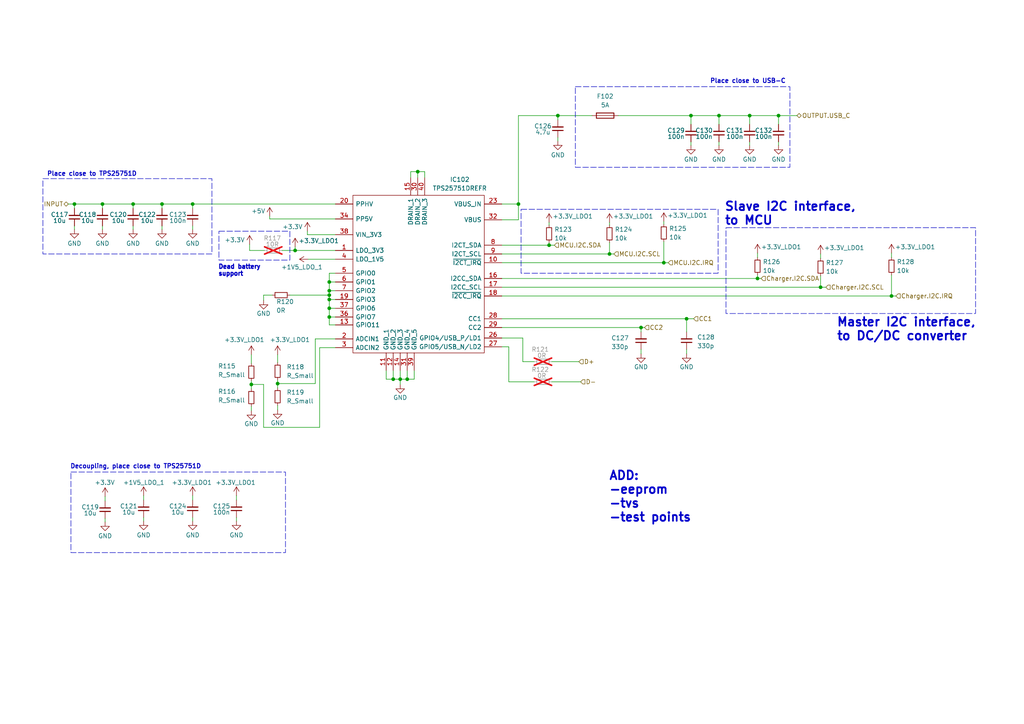
<source format=kicad_sch>
(kicad_sch (version 20231120) (generator "eeschema") (generator_version "8.0")
  (paper "A4")
  (lib_symbols
    (symbol "Device:C_Small" (pin_numbers hide) (pin_names (offset 0.254) hide)
      (property "Reference" "C" (at 0.254 1.778 0))
      (property "Value" "C_Small" (at 0.254 -2.032 0))
      (symbol "C_Small_0_1"
        (polyline (pts (xy -1.524 -0.508) (xy 1.524 -0.508)) (stroke (width 0.3302)))
        (polyline (pts (xy -1.524 0.508) (xy 1.524 0.508)) (stroke (width 0.3048)))
      )
      (symbol "C_Small_1_1"
        (pin passive line (at 0 2.54 270) (length 2.032) (name "~") (number "1"))
        (pin passive line (at 0 -2.54 90) (length 2.032) (name "~") (number "2"))
      )
    )
    (symbol "Device:Fuse" (pin_numbers hide) (pin_names (offset 0))
      (property "Reference" "F" (at 2.032 0 90))
      (property "Value" "Fuse" (at -1.905 0 90))
      (symbol "Fuse_0_1"
        (rectangle (start -0.762 -2.54) (end 0.762 2.54) (stroke (width 0.254)))
        (polyline (pts (xy 0 2.54) (xy 0 -2.54)))
      )
      (symbol "Fuse_1_1"
        (pin passive line (at 0 3.81 270) (length 1.27) (name "~") (number "1"))
        (pin passive line (at 0 -3.81 90) (length 1.27) (name "~") (number "2"))
      )
    )
    (symbol "Device:R_Small" (pin_numbers hide) (pin_names (offset 0.254) hide)
      (property "Reference" "R" (at 0.762 0.508 0))
      (property "Value" "R_Small" (at 0.762 -1.016 0))
      (symbol "R_Small_0_1"
        (rectangle (start -0.762 1.778) (end 0.762 -1.778) (stroke (width 0.2032)))
      )
      (symbol "R_Small_1_1"
        (pin passive line (at 0 2.54 270) (length 0.762) (name "~") (number "1"))
        (pin passive line (at 0 -2.54 90) (length 0.762) (name "~") (number "2"))
      )
    )
    (symbol "TPS25751DREFR_1" (pin_names (offset 0.762))
      (property "Reference" "IC1" (at 36.068 7.112 0))
      (property "Value" "TPS25751DREFR" (at 36.068 4.572 0))
      (symbol "TPS25751DREFR_1_0_0"
        (pin passive line (at 0 -13.462 0) (length 5.08) (name "LDO_3V3") (number "1"))
        (pin passive line (at 48.26 -17.018 180) (length 5.08) (name "~{I2CT_IRQ}") (number "10"))
        (pin passive line (at 14.732 -48.26 90) (length 5.08) (name "GND_1") (number "11"))
        (pin passive line (at 16.764 -48.26 90) (length 5.08) (name "GND_2") (number "12"))
        (pin passive line (at 0 -35.052 0) (length 5.08) (name "GPIO11") (number "13"))
        (pin passive line (at 18.796 -48.26 90) (length 5.08) (name "GND_3") (number "14"))
        (pin passive line (at 21.844 7.62 270) (length 5.08) (name "DRAIN_1") (number "15"))
        (pin passive line (at 48.26 -21.59 180) (length 5.08) (name "I2CC_SDA") (number "16"))
        (pin passive line (at 48.26 -24.13 180) (length 5.08) (name "I2CC_SCL") (number "17"))
        (pin passive line (at 48.26 -26.67 180) (length 5.08) (name "~{I2CC_IRQ}") (number "18"))
        (pin passive line (at 0 -27.686 0) (length 5.08) (name "GPIO3") (number "19"))
        (pin passive line (at 0 -39.116 0) (length 5.08) (name "ADCIN1") (number "2"))
        (pin passive line (at 0 0 0) (length 5.08) (name "PPHV") (number "20"))
        (pin passive line (at 48.26 0 180) (length 5.08) (name "VBUS_IN") (number "23"))
        (pin passive line (at 48.26 -38.862 180) (length 5.08) (name "GPIO4/USB_P/LD1") (number "26"))
        (pin passive line (at 48.26 -41.402 180) (length 5.08) (name "GPIO5/USB_N/LD2") (number "27"))
        (pin passive line (at 48.26 -33.274 180) (length 5.08) (name "CC1") (number "28"))
        (pin passive line (at 48.26 -35.814 180) (length 5.08) (name "CC2") (number "29"))
        (pin passive line (at 0 -41.656 0) (length 5.08) (name "ADCIN2") (number "3"))
        (pin passive line (at 23.876 7.62 270) (length 5.08) (name "DRAIN_2") (number "30"))
        (pin passive line (at 20.828 -48.26 90) (length 5.08) (name "GND_4") (number "31"))
        (pin passive line (at 48.26 -4.572 180) (length 5.08) (name "VBUS") (number "32"))
        (pin passive line (at 0 -4.318 0) (length 5.08) (name "PP5V") (number "34"))
        (pin passive line (at 0 -32.766 0) (length 5.08) (name "GPIO7") (number "36"))
        (pin passive line (at 0 -30.226 0) (length 5.08) (name "GPIO6") (number "37"))
        (pin passive line (at 0 -8.89 0) (length 5.08) (name "VIN_3V3") (number "38"))
        (pin passive line (at 22.86 -48.26 90) (length 5.08) (name "GND_5") (number "39"))
        (pin passive line (at 0 -16.002 0) (length 5.08) (name "LDO_1V5") (number "4"))
        (pin passive line (at 25.908 7.62 270) (length 5.08) (name "DRAIN_3") (number "40"))
        (pin passive line (at 0 -20.066 0) (length 5.08) (name "GPIO0") (number "5"))
        (pin passive line (at 0 -22.606 0) (length 5.08) (name "GPIO1") (number "6"))
        (pin passive line (at 0 -25.146 0) (length 5.08) (name "GPIO2") (number "7"))
        (pin passive line (at 48.26 -11.938 180) (length 5.08) (name "I2CT_SDA") (number "8"))
        (pin passive line (at 48.26 -14.478 180) (length 5.08) (name "I2CT_SCL") (number "9"))
      )
      (symbol "TPS25751DREFR_1_0_1"
        (polyline (pts (xy 5.08 2.54) (xy 43.18 2.54) (xy 43.18 -43.18) (xy 5.08 -43.18) (xy 5.08 2.54)) (stroke (width 0.1524)))
      )
    )
    (symbol "power:+1V5" (power) (pin_names (offset 0))
      (property "Value" "+1V5" (at 0 3.556 0))
      (symbol "+1V5_0_1"
        (polyline (pts (xy -0.762 1.27) (xy 0 2.54)))
        (polyline (pts (xy 0 0) (xy 0 2.54)))
        (polyline (pts (xy 0 2.54) (xy 0.762 1.27)))
      )
      (symbol "+1V5_1_1"
        (pin power_in line (at 0 0 90) (length 0) hide (name "+1V5") (number "1"))
      )
    )
    (symbol "power:+3.3V" (power) (pin_names (offset 0))
      (property "Value" "+3.3V" (at 0 3.556 0))
      (symbol "+3.3V_0_1"
        (polyline (pts (xy -0.762 1.27) (xy 0 2.54)))
        (polyline (pts (xy 0 0) (xy 0 2.54)))
        (polyline (pts (xy 0 2.54) (xy 0.762 1.27)))
      )
      (symbol "+3.3V_1_1"
        (pin power_in line (at 0 0 90) (length 0) hide (name "+3.3V") (number "1"))
      )
    )
    (symbol "power:+3.3VP" (power) (pin_names (offset 0))
      (property "Value" "+3.3VP" (at 0 2.54 0))
      (symbol "+3.3VP_0_0"
        (pin power_in line (at 0 0 90) (length 0) hide (name "+3.3VP") (number "1"))
      )
      (symbol "+3.3VP_0_1"
        (polyline (pts (xy -0.762 1.27) (xy 0 2.54)))
        (polyline (pts (xy 0 0) (xy 0 2.54)))
        (polyline (pts (xy 0 2.54) (xy 0.762 1.27)))
      )
    )
    (symbol "power:+5V" (power) (pin_names (offset 0))
      (property "Value" "+5V" (at 0 3.556 0))
      (symbol "+5V_0_1"
        (polyline (pts (xy -0.762 1.27) (xy 0 2.54)))
        (polyline (pts (xy 0 0) (xy 0 2.54)))
        (polyline (pts (xy 0 2.54) (xy 0.762 1.27)))
      )
      (symbol "+5V_1_1"
        (pin power_in line (at 0 0 90) (length 0) hide (name "+5V") (number "1"))
      )
    )
    (symbol "power:GND" (power) (pin_names (offset 0))
      (property "Value" "GND" (at 0 -3.81 0))
      (symbol "GND_0_1"
        (polyline (pts (xy 0 0) (xy 0 -1.27) (xy 1.27 -1.27) (xy 0 -2.54) (xy -1.27 -1.27) (xy 0 -1.27)))
      )
      (symbol "GND_1_1"
        (pin power_in line (at 0 0 270) (length 0) hide (name "GND") (number "1"))
      )
    )
  )
  (junction (at 95.504 84.328))
  (junction (at 95.504 81.788))
  (junction (at 217.424 33.528))
  (junction (at 95.504 91.948))
  (junction (at 118.11 109.982))
  (junction (at 29.718 59.182))
  (junction (at 176.784 73.66))
  (junction (at 150.368 59.182))
  (junction (at 121.158 49.784))
  (junction (at 237.998 83.312))
  (junction (at 116.078 109.982))
  (junction (at 225.806 33.528))
  (junction (at 159.258 71.12))
  (junction (at 46.99 59.182))
  (junction (at 185.928 94.996))
  (junction (at 38.608 59.182))
  (junction (at 85.598 72.644))
  (junction (at 21.59 59.182))
  (junction (at 258.572 85.852))
  (junction (at 95.504 86.868))
  (junction (at 80.518 111.252))
  (junction (at 208.534 33.528))
  (junction (at 200.406 33.528))
  (junction (at 199.136 92.456))
  (junction (at 114.046 109.982))
  (junction (at 55.88 59.182))
  (junction (at 95.504 85.598))
  (junction (at 192.532 76.2))
  (junction (at 95.504 89.408))
  (junction (at 72.898 111.506))
  (junction (at 161.798 33.528))
  (junction (at 219.71 80.772))
  (wire (pts (xy 76.454 123.952) (xy 92.71 123.952)))
  (wire (pts (xy 55.88 59.182) (xy 97.282 59.182)))
  (wire (pts (xy 97.282 89.408) (xy 95.504 89.408)))
  (wire (pts (xy 145.542 92.456) (xy 199.136 92.456)))
  (wire (pts (xy 147.574 110.744) (xy 154.94 110.744)))
  (wire (pts (xy 200.406 41.148) (xy 200.406 42.164)))
  (wire (pts (xy 21.59 65.532) (xy 21.59 66.548)))
  (wire (pts (xy 46.99 65.532) (xy 46.99 66.548)))
  (wire (pts (xy 185.928 101.346) (xy 185.928 102.616)))
  (wire (pts (xy 91.44 98.298) (xy 97.282 98.298)))
  (wire (pts (xy 185.928 94.996) (xy 185.928 96.266)))
  (wire (pts (xy 160.02 104.902) (xy 167.894 104.902)))
  (wire (pts (xy 68.58 145.034) (xy 68.58 143.764)))
  (wire (pts (xy 41.656 145.034) (xy 41.656 143.764)))
  (wire (pts (xy 95.504 81.788) (xy 97.282 81.788)))
  (wire (pts (xy 258.572 85.852) (xy 259.842 85.852)))
  (wire (pts (xy 145.542 71.12) (xy 159.258 71.12)))
  (wire (pts (xy 80.518 102.87) (xy 80.518 105.156)))
  (wire (pts (xy 121.158 49.784) (xy 123.19 49.784)))
  (wire (pts (xy 208.534 33.528) (xy 217.424 33.528)))
  (wire (pts (xy 46.99 59.182) (xy 55.88 59.182)))
  (wire (pts (xy 55.88 60.452) (xy 55.88 59.182)))
  (wire (pts (xy 80.518 117.602) (xy 80.518 118.872)))
  (wire (pts (xy 208.534 41.148) (xy 208.534 42.164)))
  (wire (pts (xy 116.078 107.442) (xy 116.078 109.982)))
  (wire (pts (xy 97.282 84.328) (xy 95.504 84.328)))
  (wire (pts (xy 217.424 41.148) (xy 217.424 42.164)))
  (wire (pts (xy 95.504 81.788) (xy 95.504 84.328)))
  (wire (pts (xy 114.046 109.982) (xy 116.078 109.982)))
  (wire (pts (xy 176.784 64.516) (xy 176.784 65.278)))
  (wire (pts (xy 123.19 49.784) (xy 123.19 51.562)))
  (wire (pts (xy 95.504 86.868) (xy 97.282 86.868)))
  (wire (pts (xy 151.638 104.902) (xy 151.638 98.044)))
  (wire (pts (xy 97.282 68.072) (xy 89.154 68.072)))
  (wire (pts (xy 95.504 86.868) (xy 95.504 89.408)))
  (wire (pts (xy 41.656 150.114) (xy 41.656 151.13)))
  (wire (pts (xy 145.542 80.772) (xy 219.71 80.772)))
  (wire (pts (xy 21.59 60.452) (xy 21.59 59.182)))
  (wire (pts (xy 92.71 100.838) (xy 92.71 123.952)))
  (wire (pts (xy 200.406 33.528) (xy 200.406 36.068)))
  (wire (pts (xy 92.71 100.838) (xy 97.282 100.838)))
  (wire (pts (xy 76.454 85.598) (xy 78.994 85.598)))
  (wire (pts (xy 159.258 71.12) (xy 160.782 71.12)))
  (wire (pts (xy 147.574 100.584) (xy 145.542 100.584)))
  (wire (pts (xy 258.572 79.756) (xy 258.572 85.852)))
  (wire (pts (xy 72.898 111.506) (xy 76.454 111.506)))
  (wire (pts (xy 179.324 33.528) (xy 200.406 33.528)))
  (wire (pts (xy 161.798 33.528) (xy 171.704 33.528)))
  (wire (pts (xy 120.142 109.982) (xy 120.142 107.442)))
  (wire (pts (xy 199.136 92.456) (xy 199.136 96.266)))
  (wire (pts (xy 95.504 85.598) (xy 95.504 86.868)))
  (wire (pts (xy 192.532 76.2) (xy 193.802 76.2)))
  (wire (pts (xy 159.258 71.12) (xy 159.258 70.358)))
  (wire (pts (xy 97.282 94.234) (xy 95.504 94.234)))
  (wire (pts (xy 112.014 107.442) (xy 112.014 109.982)))
  (wire (pts (xy 237.998 73.66) (xy 237.998 74.93)))
  (wire (pts (xy 219.71 80.772) (xy 219.71 79.756)))
  (wire (pts (xy 72.898 111.506) (xy 72.898 112.776)))
  (wire (pts (xy 85.598 72.644) (xy 97.282 72.644)))
  (wire (pts (xy 81.788 72.644) (xy 85.598 72.644)))
  (wire (pts (xy 199.136 101.346) (xy 199.136 102.616)))
  (wire (pts (xy 95.504 84.328) (xy 95.504 85.598)))
  (wire (pts (xy 76.708 72.644) (xy 72.39 72.644)))
  (wire (pts (xy 97.282 91.948) (xy 95.504 91.948)))
  (wire (pts (xy 76.454 111.506) (xy 76.454 123.952)))
  (wire (pts (xy 150.368 33.528) (xy 161.798 33.528)))
  (wire (pts (xy 217.424 33.528) (xy 217.424 36.068)))
  (wire (pts (xy 225.806 33.528) (xy 225.806 36.068)))
  (wire (pts (xy 97.282 79.248) (xy 95.504 79.248)))
  (wire (pts (xy 145.542 59.182) (xy 150.368 59.182)))
  (wire (pts (xy 68.58 150.114) (xy 68.58 151.13)))
  (wire (pts (xy 38.608 59.182) (xy 46.99 59.182)))
  (wire (pts (xy 72.898 117.856) (xy 72.898 119.126)))
  (wire (pts (xy 160.02 110.744) (xy 168.402 110.744)))
  (wire (pts (xy 84.074 85.598) (xy 95.504 85.598)))
  (wire (pts (xy 29.718 59.182) (xy 38.608 59.182)))
  (wire (pts (xy 161.798 34.798) (xy 161.798 33.528)))
  (wire (pts (xy 80.518 111.252) (xy 80.518 112.522)))
  (wire (pts (xy 72.898 102.87) (xy 72.898 105.41)))
  (wire (pts (xy 119.126 49.784) (xy 121.158 49.784)))
  (wire (pts (xy 95.504 91.948) (xy 95.504 94.234)))
  (wire (pts (xy 145.542 85.852) (xy 258.572 85.852)))
  (wire (pts (xy 114.046 107.442) (xy 114.046 109.982)))
  (wire (pts (xy 55.88 150.114) (xy 55.88 151.13)))
  (wire (pts (xy 72.39 70.866) (xy 72.39 72.644)))
  (wire (pts (xy 225.806 33.528) (xy 231.14 33.528)))
  (wire (pts (xy 89.154 67.056) (xy 89.154 68.072)))
  (wire (pts (xy 217.424 33.528) (xy 225.806 33.528)))
  (wire (pts (xy 38.608 60.452) (xy 38.608 59.182)))
  (wire (pts (xy 145.542 94.996) (xy 185.928 94.996)))
  (wire (pts (xy 151.638 98.044) (xy 145.542 98.044)))
  (wire (pts (xy 119.126 51.562) (xy 119.126 49.784)))
  (wire (pts (xy 159.258 64.516) (xy 159.258 65.278)))
  (wire (pts (xy 161.798 39.878) (xy 161.798 40.894)))
  (wire (pts (xy 46.99 60.452) (xy 46.99 59.182)))
  (wire (pts (xy 199.136 92.456) (xy 201.168 92.456)))
  (wire (pts (xy 72.898 110.49) (xy 72.898 111.506)))
  (wire (pts (xy 192.532 70.104) (xy 192.532 76.2)))
  (wire (pts (xy 219.71 73.406) (xy 219.71 74.676)))
  (wire (pts (xy 192.532 64.262) (xy 192.532 65.024)))
  (wire (pts (xy 147.574 110.744) (xy 147.574 100.584)))
  (wire (pts (xy 237.998 80.01) (xy 237.998 83.312)))
  (wire (pts (xy 116.078 109.982) (xy 118.11 109.982)))
  (wire (pts (xy 176.784 70.358) (xy 176.784 73.66)))
  (wire (pts (xy 176.784 73.66) (xy 178.054 73.66)))
  (wire (pts (xy 85.598 71.628) (xy 85.598 72.644)))
  (wire (pts (xy 145.542 63.754) (xy 150.368 63.754)))
  (wire (pts (xy 150.368 33.528) (xy 150.368 59.182)))
  (wire (pts (xy 95.504 89.408) (xy 95.504 91.948)))
  (wire (pts (xy 237.998 83.312) (xy 239.522 83.312)))
  (wire (pts (xy 258.572 73.406) (xy 258.572 74.676)))
  (wire (pts (xy 19.812 59.182) (xy 21.59 59.182)))
  (wire (pts (xy 29.718 60.452) (xy 29.718 59.182)))
  (wire (pts (xy 80.518 111.252) (xy 91.44 111.252)))
  (wire (pts (xy 145.542 73.66) (xy 176.784 73.66)))
  (wire (pts (xy 30.48 145.288) (xy 30.48 144.018)))
  (wire (pts (xy 118.11 107.442) (xy 118.11 109.982)))
  (wire (pts (xy 97.282 63.5) (xy 78.232 63.5)))
  (wire (pts (xy 145.542 76.2) (xy 192.532 76.2)))
  (wire (pts (xy 30.48 150.368) (xy 30.48 151.384)))
  (wire (pts (xy 78.232 62.738) (xy 78.232 63.5)))
  (wire (pts (xy 116.078 109.982) (xy 116.078 111.506)))
  (wire (pts (xy 89.408 75.184) (xy 97.282 75.184)))
  (wire (pts (xy 38.608 65.532) (xy 38.608 66.548)))
  (wire (pts (xy 76.454 87.122) (xy 76.454 85.598)))
  (wire (pts (xy 29.718 65.532) (xy 29.718 66.548)))
  (wire (pts (xy 200.406 33.528) (xy 208.534 33.528)))
  (wire (pts (xy 145.542 83.312) (xy 237.998 83.312)))
  (wire (pts (xy 112.014 109.982) (xy 114.046 109.982)))
  (wire (pts (xy 219.71 80.772) (xy 220.726 80.772)))
  (wire (pts (xy 55.88 145.034) (xy 55.88 143.764)))
  (wire (pts (xy 21.59 59.182) (xy 29.718 59.182)))
  (wire (pts (xy 150.368 63.754) (xy 150.368 59.182)))
  (wire (pts (xy 185.928 94.996) (xy 186.944 94.996)))
  (wire (pts (xy 121.158 51.562) (xy 121.158 49.784)))
  (wire (pts (xy 118.11 109.982) (xy 120.142 109.982)))
  (wire (pts (xy 95.504 79.248) (xy 95.504 81.788)))
  (wire (pts (xy 91.44 111.252) (xy 91.44 98.298)))
  (wire (pts (xy 225.806 41.148) (xy 225.806 42.164)))
  (wire (pts (xy 55.88 65.532) (xy 55.88 66.548)))
  (wire (pts (xy 208.534 33.528) (xy 208.534 36.068)))
  (wire (pts (xy 151.638 104.902) (xy 154.94 104.902)))
  (wire (pts (xy 80.518 110.236) (xy 80.518 111.252)))
  (rectangle (start 12.446 51.816) (end 61.468 73.66) (stroke (width 0) (type dash)))
  (rectangle (start 166.878 25.146) (end 229.108 48.514) (stroke (width 0) (type dash)))
  (rectangle (start 63.5 67.056) (end 84.074 75.438) (stroke (width 0) (type dash)))
  (rectangle (start 151.13 60.706) (end 208.28 79.248) (stroke (width 0) (type dash)))
  (rectangle (start 210.566 66.04) (end 282.956 90.932) (stroke (width 0) (type dash)))
  (rectangle (start 20.574 136.906) (end 82.804 160.274) (stroke (width 0) (type dash)))
  (text "Slave I2C interface,\nto MCU" (at 210.058 65.532 0) (effects (font (size 2.5 2.5) (thickness 0.5) (bold yes)) (justify left bottom)))
  (text "Master I2C interface,\nto DC/DC converter" (at 242.57 99.06 0) (effects (font (size 2.5 2.5) (thickness 0.5) (bold yes)) (justify left bottom)))
  (text "ADD:\n-eeprom\n-tvs\n-test points" (at 176.53 151.638 0) (effects (font (size 2.5 2.5) (thickness 0.5) (bold yes)) (justify left bottom)))
  (text "Place close to USB-C \n" (at 217.424 23.622 0) (effects (font (size 1.27 1.27) (thickness 0.254) (bold yes))))
  (text "Dead battery\nsupport" (at 63.246 80.264 0) (effects (font (size 1.25 1.25) (thickness 0.5) (bold yes)) (justify left bottom)))
  (text "Decoupling, place close to TPS25751D\n" (at 39.37 135.382 0) (effects (font (size 1.27 1.27) (thickness 0.254) (bold yes))))
  (text "Place close to TPS25751D\n" (at 26.67 50.546 0) (effects (font (size 1.27 1.27) (thickness 0.254) (bold yes))))
  (hierarchical_label "MCU.I2C.IRQ" (shape input) (at 193.802 76.2 0))
  (hierarchical_label "CC2" (shape input) (at 186.944 94.996 0))
  (hierarchical_label "D-" (shape input) (at 168.402 110.744 0))
  (hierarchical_label "D+" (shape input) (at 167.894 104.902 0))
  (hierarchical_label "INPUT" (shape bidirectional) (at 19.812 59.182 180))
  (hierarchical_label "MCU.I2C.SCL" (shape input) (at 178.054 73.66 0))
  (hierarchical_label "CC1" (shape input) (at 201.168 92.456 0))
  (hierarchical_label "OUTPUT.USB_C" (shape bidirectional) (at 231.14 33.528 0))
  (hierarchical_label "Charger.I2C.IRQ" (shape input) (at 259.842 85.852 0))
  (hierarchical_label "Charger.I2C.SCL" (shape input) (at 239.522 83.312 0))
  (hierarchical_label "Charger.I2C.SDA" (shape input) (at 220.726 80.772 0))
  (hierarchical_label "MCU.I2C.SDA" (shape input) (at 160.782 71.12 0))
  (symbol (lib_id "Device:C_Small") (at 55.88 147.574 180) (unit 1)
    (property "Reference" "C124" (at 51.562 146.812 0))
    (property "Value" "10u" (at 51.562 148.59 0))
    (property "Footprint" "Capacitor_SMD:C_0603_1608Metric" (effects (hide yes)))
  )
  (symbol (lib_id "power:GND") (at 72.898 119.126 0) (unit 1)
    (property "Reference" "#PWR0157" (effects (hide yes)))
    (property "Value" "GND" (at 72.898 122.936 0))
  )
  (symbol (lib_id "Device:C_Small") (at 161.798 37.338 180) (unit 1)
    (property "Reference" "C126" (at 157.48 36.576 0))
    (property "Value" "4.7u" (at 157.48 38.354 0))
    (property "Footprint" "Capacitor_SMD:C_0603_1608Metric" (effects (hide yes)))
  )
  (symbol (lib_id "Device:R_Small") (at 219.71 77.216 0) (unit 1)
    (property "Reference" "R126" (at 221.234 75.946 0) (effects (justify left)))
    (property "Value" "10k" (at 221.234 78.486 0) (effects (justify left)))
    (property "Footprint" "Resistor_SMD:R_0603_1608Metric" (effects (hide yes)))
  )
  (symbol (lib_id "power:+3.3V") (at 30.48 144.018 0) (unit 1)
    (property "Reference" "#PWR0144" (effects (hide yes)))
    (property "Value" "+3.3V" (at 27.432 139.954 0) (effects (justify left)))
  )
  (symbol (lib_id "Device:R_Small") (at 72.898 115.316 0) (unit 1)
    (property "Reference" "R116" (at 63.246 113.538 0) (effects (justify left)))
    (property "Value" "R_Small" (at 63.246 116.078 0) (effects (justify left)))
    (property "Footprint" "Resistor_SMD:R_0603_1608Metric" (effects (hide yes)))
  )
  (symbol (lib_id "Device:C_Small") (at 68.58 147.574 180) (unit 1)
    (property "Reference" "C125" (at 64.262 146.812 0))
    (property "Value" "100n" (at 64.262 148.59 0))
    (property "Footprint" "Capacitor_SMD:C_0603_1608Metric" (effects (hide yes)))
  )
  (symbol (lib_id "power:GND") (at 185.928 102.616 0) (unit 1)
    (property "Reference" "#PWR0169" (effects (hide yes)))
    (property "Value" "GND" (at 185.928 106.426 0))
  )
  (symbol (lib_id "power:GND") (at 225.806 42.164 0) (unit 1)
    (property "Reference" "#PWR0176" (effects (hide yes)))
    (property "Value" "GND" (at 225.806 46.228 0))
  )
  (symbol (lib_name "TPS25751DREFR_1") (lib_id "SamacSys_Parts:TPS25751DREFR") (at 97.282 59.182 0) (unit 1)
    (property "Reference" "IC102" (at 133.35 52.07 0))
    (property "Value" "TPS25751DREFR" (at 133.35 54.61 0))
    (property "Footprint" "TPS25751DREFR" (effects (hide yes)))
    (property "Datasheet" "https://www.ti.com/lit/gpn/TPS25751" (effects (hide yes)))
    (property "Description" "USB Interface IC USB Type-C and USB Power Delivery (PD) controller with integrated power switches , 3V ~{} 3.6V, 4.9V ~{} 5.5V, 4V ~{} 22V , -40C ~{} 125C (TJ) , 3mA , 38-WQFN (4x6)" (effects (hide yes)))
    (property "Height" "0.8" (effects (hide yes)))
    (property "Manufacturer_Name" "Texas Instruments" (effects (hide yes)))
    (property "Manufacturer_Part_Number" "TPS25751DREFR" (effects (hide yes)))
    (property "Mouser Part Number" "595-TPS25751DREFR" (effects (hide yes)))
    (property "Mouser Price/Stock" "https://www.mouser.co.uk/ProductDetail/Texas-Instruments/TPS25751DREFR?qs=2wMNvWM5ZX4m402FYdvDNA%3D%3D" (effects (hide yes)))
    (property "Arrow Part Number" "TPS25751DREFR" (effects (hide yes)))
    (property "Arrow Price/Stock" "https://www.arrow.com/en/products/tps25751drefr/texas-instruments?utm_currency=USD&region=nac" (effects (hide yes)))
  )
  (symbol (lib_id "power:GND") (at 41.656 151.13 0) (unit 1)
    (property "Reference" "#PWR0148" (effects (hide yes)))
    (property "Value" "GND" (at 41.656 155.194 0))
  )
  (symbol (lib_id "Device:R_Small") (at 157.48 104.902 90) (unit 1) (dnp yes)
    (property "Reference" "R121" (at 159.258 101.346 90) (effects (justify left)))
    (property "Value" "0R" (at 158.496 103.124 90) (effects (justify left)))
    (property "Footprint" "Resistor_SMD:R_0603_1608Metric" (effects (hide yes)))
  )
  (symbol (lib_id "power:+3.3VP") (at 192.532 64.262 0) (unit 1)
    (property "Reference" "#PWR0170" (effects (hide yes)))
    (property "Value" "+3.3V_LDO1" (at 199.39 62.484 0))
  )
  (symbol (lib_id "Device:R_Small") (at 237.998 77.47 0) (unit 1)
    (property "Reference" "R127" (at 239.522 76.2 0) (effects (justify left)))
    (property "Value" "10k" (at 239.522 78.74 0) (effects (justify left)))
    (property "Footprint" "Resistor_SMD:R_0603_1608Metric" (effects (hide yes)))
  )
  (symbol (lib_id "power:GND") (at 29.718 66.548 0) (unit 1)
    (property "Reference" "#PWR0143" (effects (hide yes)))
    (property "Value" "GND" (at 29.718 70.612 0))
  )
  (symbol (lib_id "Device:C_Small") (at 30.48 147.828 180) (unit 1)
    (property "Reference" "C119" (at 26.162 147.066 0))
    (property "Value" "10u" (at 26.162 148.844 0))
    (property "Footprint" "Capacitor_SMD:C_0603_1608Metric" (effects (hide yes)))
  )
  (symbol (lib_id "power:+3.3VP") (at 72.898 102.87 0) (unit 1)
    (property "Reference" "#PWR0156" (effects (hide yes)))
    (property "Value" "+3.3V_LDO1" (at 70.866 98.552 0))
  )
  (symbol (lib_id "power:GND") (at 55.88 151.13 0) (unit 1)
    (property "Reference" "#PWR0152" (effects (hide yes)))
    (property "Value" "GND" (at 55.88 155.194 0))
  )
  (symbol (lib_id "Device:C_Small") (at 185.928 98.806 180) (unit 1)
    (property "Reference" "C127" (at 177.292 98.044 0) (effects (justify right)))
    (property "Value" "330p" (at 177.292 100.584 0) (effects (justify right)))
    (property "Footprint" "Capacitor_SMD:C_0603_1608Metric" (effects (hide yes)))
  )
  (symbol (lib_id "Device:R_Small") (at 258.572 77.216 0) (unit 1)
    (property "Reference" "R128" (at 260.096 75.946 0) (effects (justify left)))
    (property "Value" "10k" (at 260.096 78.486 0) (effects (justify left)))
    (property "Footprint" "Resistor_SMD:R_0603_1608Metric" (effects (hide yes)))
  )
  (symbol (lib_id "power:+1V5") (at 41.656 143.764 0) (unit 1)
    (property "Reference" "#PWR0147" (effects (hide yes)))
    (property "Value" "+1V5_LDO_1" (at 47.752 139.954 0) (effects (justify right)))
  )
  (symbol (lib_id "Device:R_Small") (at 159.258 67.818 0) (unit 1)
    (property "Reference" "R123" (at 160.782 66.548 0) (effects (justify left)))
    (property "Value" "10k" (at 160.782 69.088 0) (effects (justify left)))
    (property "Footprint" "Resistor_SMD:R_0603_1608Metric" (effects (hide yes)))
  )
  (symbol (lib_id "power:GND") (at 161.798 40.894 0) (unit 1)
    (property "Reference" "#PWR0167" (effects (hide yes)))
    (property "Value" "GND" (at 161.798 44.958 0))
  )
  (symbol (lib_id "Device:R_Small") (at 157.48 110.744 90) (unit 1) (dnp yes)
    (property "Reference" "R122" (at 159.258 107.188 90) (effects (justify left)))
    (property "Value" "0R" (at 158.496 108.966 90) (effects (justify left)))
    (property "Footprint" "Resistor_SMD:R_0603_1608Metric" (effects (hide yes)))
  )
  (symbol (lib_id "Device:C_Small") (at 217.424 38.608 180) (unit 1)
    (property "Reference" "C131" (at 213.106 37.846 0))
    (property "Value" "100n" (at 213.106 39.624 0))
    (property "Footprint" "Capacitor_SMD:C_0603_1608Metric" (effects (hide yes)))
  )
  (symbol (lib_id "Device:C_Small") (at 29.718 62.992 180) (unit 1)
    (property "Reference" "C118" (at 25.4 62.23 0))
    (property "Value" "10u" (at 25.4 64.008 0))
    (property "Footprint" "Capacitor_SMD:C_0603_1608Metric" (effects (hide yes)))
  )
  (symbol (lib_id "Device:R_Small") (at 192.532 67.564 0) (unit 1)
    (property "Reference" "R125" (at 194.056 66.294 0) (effects (justify left)))
    (property "Value" "10k" (at 194.056 68.834 0) (effects (justify left)))
    (property "Footprint" "Resistor_SMD:R_0603_1608Metric" (effects (hide yes)))
  )
  (symbol (lib_id "power:+3.3VP") (at 80.518 102.87 0) (unit 1)
    (property "Reference" "#PWR0160" (effects (hide yes)))
    (property "Value" "+3.3V_LDO1" (at 84.074 98.552 0))
  )
  (symbol (lib_id "power:GND") (at 200.406 42.164 0) (unit 1)
    (property "Reference" "#PWR0172" (effects (hide yes)))
    (property "Value" "GND" (at 200.406 46.228 0))
  )
  (symbol (lib_id "Device:C_Small") (at 225.806 38.608 180) (unit 1)
    (property "Reference" "C132" (at 221.488 37.846 0))
    (property "Value" "100n" (at 221.488 39.624 0))
    (property "Footprint" "Capacitor_SMD:C_0603_1608Metric" (effects (hide yes)))
  )
  (symbol (lib_id "Device:C_Small") (at 38.608 62.992 180) (unit 1)
    (property "Reference" "C120" (at 34.29 62.23 0))
    (property "Value" "10u" (at 34.29 64.008 0))
    (property "Footprint" "Capacitor_SMD:C_0603_1608Metric" (effects (hide yes)))
  )
  (symbol (lib_id "Device:C_Small") (at 41.656 147.574 180) (unit 1)
    (property "Reference" "C121" (at 37.338 146.812 0))
    (property "Value" "10u" (at 37.338 148.59 0))
    (property "Footprint" "Capacitor_SMD:C_0603_1608Metric" (effects (hide yes)))
  )
  (symbol (lib_id "power:GND") (at 116.078 111.506 0) (unit 1)
    (property "Reference" "#PWR0165" (effects (hide yes)))
    (property "Value" "GND" (at 116.078 115.316 0))
  )
  (symbol (lib_id "Device:Fuse") (at 175.514 33.528 90) (unit 1)
    (property "Reference" "F102" (at 175.514 27.94 90))
    (property "Value" "5A" (at 175.514 30.48 90))
    (property "Footprint" "Fuse:Fuse_1206_3216Metric" (effects (hide yes)))
    (property "Description" "Fuse" (effects (hide yes)))
  )
  (symbol (lib_id "power:+3.3VP") (at 237.998 73.66 0) (unit 1)
    (property "Reference" "#PWR0177" (effects (hide yes)))
    (property "Value" "+3.3V_LDO1" (at 244.856 71.882 0))
  )
  (symbol (lib_id "power:GND") (at 30.48 151.384 0) (unit 1)
    (property "Reference" "#PWR0145" (effects (hide yes)))
    (property "Value" "GND" (at 30.48 155.448 0))
  )
  (symbol (lib_id "Device:C_Small") (at 46.99 62.992 180) (unit 1)
    (property "Reference" "C122" (at 42.672 62.23 0))
    (property "Value" "10u" (at 42.672 64.008 0))
    (property "Footprint" "Capacitor_SMD:C_0603_1608Metric" (effects (hide yes)))
  )
  (symbol (lib_id "power:GND") (at 76.454 87.122 0) (unit 1)
    (property "Reference" "#PWR0158" (effects (hide yes)))
    (property "Value" "GND" (at 76.454 90.932 0))
  )
  (symbol (lib_id "power:+3.3VP") (at 258.572 73.406 0) (unit 1)
    (property "Reference" "#PWR0178" (effects (hide yes)))
    (property "Value" "+3.3V_LDO1" (at 265.43 71.628 0))
  )
  (symbol (lib_id "Device:R_Small") (at 81.534 85.598 270) (unit 1)
    (property "Reference" "R120" (at 80.137 87.5029 90) (effects (justify left)))
    (property "Value" "0R" (at 80.137 90.0429 90) (effects (justify left)))
    (property "Footprint" "Resistor_SMD:R_0603_1608Metric" (effects (hide yes)))
  )
  (symbol (lib_id "Device:R_Small") (at 79.248 72.644 90) (unit 1) (dnp yes)
    (property "Reference" "R117" (at 78.994 69.088 90))
    (property "Value" "10R" (at 78.994 70.866 90))
    (property "Footprint" "Resistor_SMD:R_0603_1608Metric" (effects (hide yes)))
  )
  (symbol (lib_id "power:GND") (at 80.518 118.872 0) (unit 1)
    (property "Reference" "#PWR0161" (effects (hide yes)))
    (property "Value" "GND" (at 80.518 122.682 0))
  )
  (symbol (lib_id "power:GND") (at 38.608 66.548 0) (unit 1)
    (property "Reference" "#PWR0146" (effects (hide yes)))
    (property "Value" "GND" (at 38.608 70.612 0))
  )
  (symbol (lib_id "power:GND") (at 217.424 42.164 0) (unit 1)
    (property "Reference" "#PWR0174" (effects (hide yes)))
    (property "Value" "GND" (at 217.424 46.228 0))
  )
  (symbol (lib_id "Device:C_Small") (at 200.406 38.608 180) (unit 1)
    (property "Reference" "C129" (at 196.088 37.846 0))
    (property "Value" "100n" (at 196.088 39.624 0))
    (property "Footprint" "Capacitor_SMD:C_0603_1608Metric" (effects (hide yes)))
  )
  (symbol (lib_id "Device:C_Small") (at 55.88 62.992 180) (unit 1)
    (property "Reference" "C123" (at 51.562 62.23 0))
    (property "Value" "100n" (at 51.562 64.008 0))
    (property "Footprint" "Capacitor_SMD:C_0603_1608Metric" (effects (hide yes)))
  )
  (symbol (lib_id "power:GND") (at 68.58 151.13 0) (unit 1)
    (property "Reference" "#PWR0154" (effects (hide yes)))
    (property "Value" "GND" (at 68.58 155.194 0))
  )
  (symbol (lib_id "power:GND") (at 199.136 102.616 0) (unit 1)
    (property "Reference" "#PWR0171" (effects (hide yes)))
    (property "Value" "GND" (at 199.136 106.426 0))
  )
  (symbol (lib_id "power:+3.3VP") (at 68.58 143.764 0) (unit 1)
    (property "Reference" "#PWR0153" (effects (hide yes)))
    (property "Value" "+3.3V_LDO1" (at 68.326 139.954 0))
  )
  (symbol (lib_id "power:+1V5") (at 89.408 75.184 90) (unit 1)
    (property "Reference" "#PWR0164" (effects (hide yes)))
    (property "Value" "+1V5_LDO_1" (at 81.534 77.47 90) (effects (justify right)))
  )
  (symbol (lib_id "Device:C_Small") (at 21.59 62.992 180) (unit 1)
    (property "Reference" "C117" (at 17.272 62.23 0))
    (property "Value" "10u" (at 17.272 64.008 0))
    (property "Footprint" "Capacitor_SMD:C_0603_1608Metric" (effects (hide yes)))
  )
  (symbol (lib_id "power:GND") (at 208.534 42.164 0) (unit 1)
    (property "Reference" "#PWR0173" (effects (hide yes)))
    (property "Value" "GND" (at 208.534 46.228 0))
  )
  (symbol (lib_id "Device:C_Small") (at 208.534 38.608 180) (unit 1)
    (property "Reference" "C130" (at 204.216 37.846 0))
    (property "Value" "100n" (at 204.216 39.624 0))
    (property "Footprint" "Capacitor_SMD:C_0603_1608Metric" (effects (hide yes)))
  )
  (symbol (lib_id "power:GND") (at 21.59 66.548 0) (unit 1)
    (property "Reference" "#PWR0142" (effects (hide yes)))
    (property "Value" "GND" (at 21.59 70.612 0))
  )
  (symbol (lib_id "power:+3.3VP") (at 85.598 71.628 0) (unit 1)
    (property "Reference" "#PWR0162" (effects (hide yes)))
    (property "Value" "+3.3V_LDO1" (at 92.456 69.85 0))
  )
  (symbol (lib_id "power:+3.3VP") (at 55.88 143.764 0) (unit 1)
    (property "Reference" "#PWR0151" (effects (hide yes)))
    (property "Value" "+3.3V_LDO1" (at 55.626 139.954 0))
  )
  (symbol (lib_id "power:+3.3VP") (at 159.258 64.516 0) (unit 1)
    (property "Reference" "#PWR0166" (effects (hide yes)))
    (property "Value" "+3.3V_LDO1" (at 166.116 62.738 0))
  )
  (symbol (lib_id "power:+3.3VP") (at 219.71 73.406 0) (unit 1)
    (property "Reference" "#PWR0175" (effects (hide yes)))
    (property "Value" "+3.3V_LDO1" (at 226.568 71.628 0))
  )
  (symbol (lib_id "Device:R_Small") (at 72.898 107.95 0) (unit 1)
    (property "Reference" "R115" (at 63.246 106.172 0) (effects (justify left)))
    (property "Value" "R_Small" (at 63.246 108.712 0) (effects (justify left)))
    (property "Footprint" "Resistor_SMD:R_0603_1608Metric" (effects (hide yes)))
  )
  (symbol (lib_id "Device:R_Small") (at 80.518 115.062 0) (unit 1)
    (property "Reference" "R119" (at 83.1342 113.792 0) (effects (justify left)))
    (property "Value" "R_Small" (at 83.1342 116.332 0) (effects (justify left)))
    (property "Footprint" "Resistor_SMD:R_0603_1608Metric" (effects (hide yes)))
  )
  (symbol (lib_id "power:GND") (at 55.88 66.548 0) (unit 1)
    (property "Reference" "#PWR0150" (effects (hide yes)))
    (property "Value" "GND" (at 55.88 70.612 0))
  )
  (symbol (lib_id "power:+3.3VP") (at 176.784 64.516 0) (unit 1)
    (property "Reference" "#PWR0168" (effects (hide yes)))
    (property "Value" "+3.3V_LDO1" (at 183.642 62.738 0))
  )
  (symbol (lib_id "power:+3.3V") (at 72.39 70.866 0) (unit 1)
    (property "Reference" "#PWR0155" (effects (hide yes)))
    (property "Value" "+3.3V" (at 68.072 69.596 0))
  )
  (symbol (lib_id "power:+5V") (at 78.232 62.738 0) (unit 1)
    (property "Reference" "#PWR0159" (effects (hide yes)))
    (property "Value" "+5V" (at 74.93 61.214 0))
  )
  (symbol (lib_id "power:GND") (at 46.99 66.548 0) (unit 1)
    (property "Reference" "#PWR0149" (effects (hide yes)))
    (property "Value" "GND" (at 46.99 70.612 0))
  )
  (symbol (lib_id "Device:R_Small") (at 80.518 107.696 0) (unit 1)
    (property "Reference" "R118" (at 83.1342 106.426 0) (effects (justify left)))
    (property "Value" "R_Small" (at 83.1342 108.966 0) (effects (justify left)))
    (property "Footprint" "Resistor_SMD:R_0603_1608Metric" (effects (hide yes)))
  )
  (symbol (lib_id "Device:C_Small") (at 199.136 98.806 180) (unit 1)
    (property "Reference" "C128" (at 202.184 97.79 0) (effects (justify right)))
    (property "Value" "330p" (at 202.184 100.33 0) (effects (justify right)))
    (property "Footprint" "Capacitor_SMD:C_0603_1608Metric" (effects (hide yes)))
  )
  (symbol (lib_id "Device:R_Small") (at 176.784 67.818 0) (unit 1)
    (property "Reference" "R124" (at 178.308 66.548 0) (effects (justify left)))
    (property "Value" "10k" (at 178.308 69.088 0) (effects (justify left)))
    (property "Footprint" "Resistor_SMD:R_0603_1608Metric" (effects (hide yes)))
  )
  (symbol (lib_id "power:+3.3V") (at 89.154 67.056 0) (unit 1)
    (property "Reference" "#PWR0163" (effects (hide yes)))
    (property "Value" "+3.3V" (at 84.836 65.786 0))
  )
)
</source>
